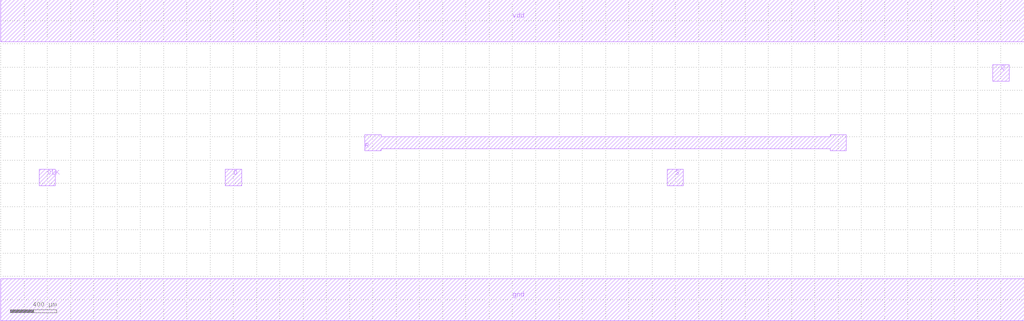
<source format=lef>
MACRO DFFSR
 CLASS CORE ;
 ORIGIN 0 0 ;
 FOREIGN DFFSR 0 0 ;
 SITE CORE ;
 SYMMETRY X Y R90 ;
  PIN vdd
   DIRECTION INOUT ;
   USE SIGNAL ;
   SHAPE ABUTMENT ;
    PORT
     CLASS CORE ;
       LAYER metal2 ;
        RECT 0.00000000 2220.00000000 8800.00000000 2580.00000000 ;
    END
  END vdd

  PIN gnd
   DIRECTION INOUT ;
   USE SIGNAL ;
   SHAPE ABUTMENT ;
    PORT
     CLASS CORE ;
       LAYER metal2 ;
        RECT 0.00000000 -180.00000000 8800.00000000 180.00000000 ;
    END
  END gnd

  PIN CLK
   DIRECTION INOUT ;
   USE SIGNAL ;
   SHAPE ABUTMENT ;
    PORT
     CLASS CORE ;
       LAYER metal2 ;
        RECT 330.00000000 980.00000000 470.00000000 1120.00000000 ;
    END
  END CLK

  PIN D
   DIRECTION INOUT ;
   USE SIGNAL ;
   SHAPE ABUTMENT ;
    PORT
     CLASS CORE ;
       LAYER metal2 ;
        RECT 1930.00000000 980.00000000 2070.00000000 1120.00000000 ;
    END
  END D

  PIN R
   DIRECTION INOUT ;
   USE SIGNAL ;
   SHAPE ABUTMENT ;
    PORT
     CLASS CORE ;
       LAYER metal2 ;
        POLYGON 3130.00000000 1280.00000000 3130.00000000 1420.00000000 3270.00000000 1420.00000000 3270.00000000 1400.00000000 7130.00000000 1400.00000000 7130.00000000 1420.00000000 7270.00000000 1420.00000000 7270.00000000 1280.00000000 7130.00000000 1280.00000000 7130.00000000 1300.00000000 3270.00000000 1300.00000000 3270.00000000 1280.00000000 ;
    END
  END R

  PIN S
   DIRECTION INOUT ;
   USE SIGNAL ;
   SHAPE ABUTMENT ;
    PORT
     CLASS CORE ;
       LAYER metal2 ;
        RECT 5730.00000000 980.00000000 5870.00000000 1120.00000000 ;
    END
  END S

  PIN Q
   DIRECTION INOUT ;
   USE SIGNAL ;
   SHAPE ABUTMENT ;
    PORT
     CLASS CORE ;
       LAYER metal2 ;
        RECT 8530.00000000 1880.00000000 8670.00000000 2020.00000000 ;
    END
  END Q


END DFFSR

</source>
